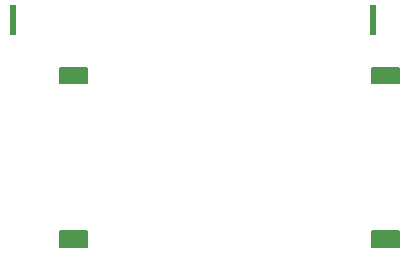
<source format=gbr>
%TF.GenerationSoftware,KiCad,Pcbnew,9.0.0*%
%TF.CreationDate,2025-07-25T23:50:21+02:00*%
%TF.ProjectId,xioboxconn_empty,78696f62-6f78-4636-9f6e-6e5f656d7074,rev?*%
%TF.SameCoordinates,PX73b0b30PY6adbf50*%
%TF.FileFunction,Soldermask,Bot*%
%TF.FilePolarity,Negative*%
%FSLAX46Y46*%
G04 Gerber Fmt 4.6, Leading zero omitted, Abs format (unit mm)*
G04 Created by KiCad (PCBNEW 9.0.0) date 2025-07-25 23:50:21*
%MOMM*%
%LPD*%
G01*
G04 APERTURE LIST*
%ADD10C,0.200000*%
%ADD11R,0.500000X2.540000*%
G04 APERTURE END LIST*
D10*
X4025000Y11227000D02*
X6325000Y11227000D01*
X6325000Y9927000D01*
X4025000Y9927000D01*
X4025000Y11227000D01*
G36*
X4025000Y11227000D02*
G01*
X6325000Y11227000D01*
X6325000Y9927000D01*
X4025000Y9927000D01*
X4025000Y11227000D01*
G37*
X4025000Y-2616000D02*
X6325000Y-2616000D01*
X6325000Y-3916000D01*
X4025000Y-3916000D01*
X4025000Y-2616000D01*
G36*
X4025000Y-2616000D02*
G01*
X6325000Y-2616000D01*
X6325000Y-3916000D01*
X4025000Y-3916000D01*
X4025000Y-2616000D01*
G37*
X30441000Y11227000D02*
X32741000Y11227000D01*
X32741000Y9927000D01*
X30441000Y9927000D01*
X30441000Y11227000D01*
G36*
X30441000Y11227000D02*
G01*
X32741000Y11227000D01*
X32741000Y9927000D01*
X30441000Y9927000D01*
X30441000Y11227000D01*
G37*
X30441000Y-2601000D02*
X32741000Y-2601000D01*
X32741000Y-3901000D01*
X30441000Y-3901000D01*
X30441000Y-2601000D01*
G36*
X30441000Y-2601000D02*
G01*
X32741000Y-2601000D01*
X32741000Y-3901000D01*
X30441000Y-3901000D01*
X30441000Y-2601000D01*
G37*
D11*
%TO.C,J3*%
X30480000Y15240000D03*
%TD*%
%TO.C,J2*%
X0Y15240000D03*
%TD*%
M02*

</source>
